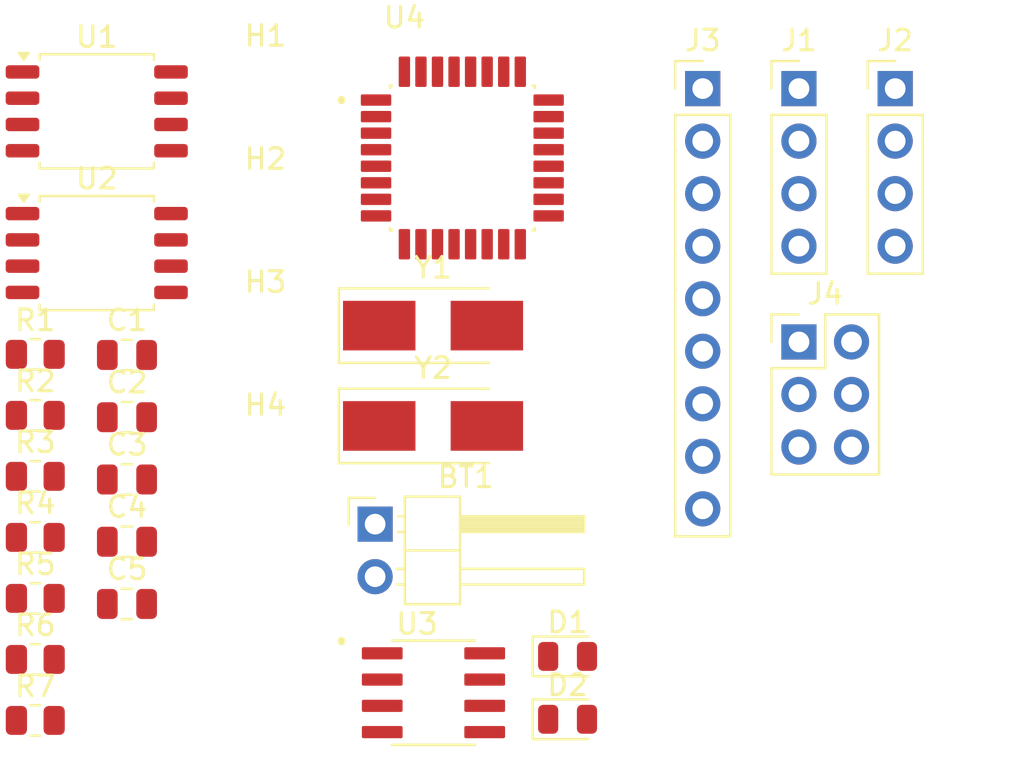
<source format=kicad_pcb>
(kicad_pcb (version 20241229) (generator "pcbnew") (generator_version "9.0")
  (title_block (title "${project_name}") (date "2025-04-10") (rev "1") (comment 1 "2-layer pcb version"))
  (layers (0 "F.Cu" signal) (2 "B.Cu" signal) (13 "F.Paste" user) (15 "B.Paste" user) (5 "F.SilkS" user "F.Silkscreen") (7 "B.SilkS" user "B.Silkscreen") (1 "F.Mask" user) (3 "B.Mask" user) (25 "Edge.Cuts" user))
  (property "project_name" "MCU Datalogger with memory & clock")
  (net 0 "")
  (net 1 "Net-(BT1-+)")
  (net 2 "GND")
  (net 3 "/Vcc")
  (net 4 "Net-(U4-PB7)")
  (net 5 "Net-(U4-PB6)")
  (net 6 "Net-(U4-AREF)")
  (net 7 "/SCK")
  (net 8 "Net-(D1-K)")
  (net 9 "Net-(D2-K)")
  (net 10 "/SDA")
  (net 11 "/TX")
  (net 12 "/RX")
  (net 13 "/D2")
  (net 14 "/D6")
  (net 15 "/D7")
  (net 16 "/D3")
  (net 17 "/D4")
  (net 18 "/D5")
  (net 19 "/D8")
  (net 20 "/RESET")
  (net 21 "/MOSI")
  (net 22 "/MISO")
  (net 23 "Net-(U3-~{INTA})")
  (net 24 "Net-(U3-SQW{slash}~INT)")
  (net 25 "Net-(U3-X2)")
  (net 26 "Net-(U3-X1)")
  (footprint "Resistor_SMD:R_0805_2012Metric" (layer "F.Cu") (at 120.1675 84.33)
    (property "Reference" "R3" (at 0 -1.65 0) (layer "F.SilkS"))
    (property "Value" "4k7")
    (fp_line (start -0.227064 -0.735) (end 0.227064 -0.735) (stroke (width 0.12)) (layer "F.SilkS"))
    (fp_line (start -0.227064 0.735) (end 0.227064 0.735) (stroke (width 0.12)) (layer "F.SilkS"))
    (pad "1" smd roundrect (at -0.9125 0) (size 1.025 1.4) (layers "F.Cu" "F.Mask" "F.Paste") (roundrect_rratio 0.243902) (net 3 "/Vcc"))
    (pad "2" smd roundrect (at 0.9125 0) (size 1.025 1.4) (layers "F.Cu" "F.Mask" "F.Paste") (roundrect_rratio 0.243902) (net 10 "/SDA"))
  )
  (footprint "Connector_PinHeader_2.54mm:PinHeader_1x09_P2.54mm_Vertical" (layer "F.Cu") (at 152.4175 65.58)
    (property "Reference" "J3" (at 0 -2.33 0) (layer "F.SilkS"))
    (property "Value" "Conn_01x09_Pin")
    (fp_line (start -1.33 -1.33) (end 0 -1.33) (stroke (width 0.12)) (layer "F.SilkS"))
    (fp_line (start -1.33 0) (end -1.33 -1.33) (stroke (width 0.12)) (layer "F.SilkS"))
    (fp_line (start -1.33 1.27) (end -1.33 21.65) (stroke (width 0.12)) (layer "F.SilkS"))
    (fp_line (start -1.33 1.27) (end 1.33 1.27) (stroke (width 0.12)) (layer "F.SilkS"))
    (fp_line (start -1.33 21.65) (end 1.33 21.65) (stroke (width 0.12)) (layer "F.SilkS"))
    (fp_line (start 1.33 1.27) (end 1.33 21.65) (stroke (width 0.12)) (layer "F.SilkS"))
    (pad "1" thru_hole rect (at 0 0) (size 1.7 1.7) (drill 1) (layers "*.Cu" "*.Mask") (net 13 "/D2"))
    (pad "2" thru_hole oval (at 0 2.54) (size 1.7 1.7) (drill 1) (layers "*.Cu" "*.Mask") (net 16 "/D3"))
    (pad "3" thru_hole oval (at 0 5.08) (size 1.7 1.7) (drill 1) (layers "*.Cu" "*.Mask") (net 17 "/D4"))
    (pad "4" thru_hole oval (at 0 7.62) (size 1.7 1.7) (drill 1) (layers "*.Cu" "*.Mask") (net 18 "/D5"))
    (pad "5" thru_hole oval (at 0 10.16) (size 1.7 1.7) (drill 1) (layers "*.Cu" "*.Mask") (net 14 "/D6"))
    (pad "6" thru_hole oval (at 0 12.7) (size 1.7 1.7) (drill 1) (layers "*.Cu" "*.Mask") (net 15 "/D7"))
    (pad "7" thru_hole oval (at 0 15.24) (size 1.7 1.7) (drill 1) (layers "*.Cu" "*.Mask") (net 19 "/D8"))
    (pad "8" thru_hole oval (at 0 17.78) (size 1.7 1.7) (drill 1) (layers "*.Cu" "*.Mask") (net 2 "GND"))
    (pad "9" thru_hole oval (at 0 20.32) (size 1.7 1.7) (drill 1) (layers "*.Cu" "*.Mask") (net 3 "/Vcc"))
  )
  (footprint "Resistor_SMD:R_0805_2012Metric" (layer "F.Cu") (at 120.1675 96.13)
    (property "Reference" "R7" (at 0 -1.65 0) (layer "F.SilkS"))
    (property "Value" "330")
    (fp_line (start -0.227064 -0.735) (end 0.227064 -0.735) (stroke (width 0.12)) (layer "F.SilkS"))
    (fp_line (start -0.227064 0.735) (end 0.227064 0.735) (stroke (width 0.12)) (layer "F.SilkS"))
    (pad "1" smd roundrect (at -0.9125 0) (size 1.025 1.4) (layers "F.Cu" "F.Mask" "F.Paste") (roundrect_rratio 0.243902) (net 9 "Net-(D2-K)"))
    (pad "2" smd roundrect (at 0.9125 0) (size 1.025 1.4) (layers "F.Cu" "F.Mask" "F.Paste") (roundrect_rratio 0.243902) (net 2 "GND"))
  )
  (footprint "Package_SO:SOIC-8_5.3x5.3mm_P1.27mm" (layer "F.Cu") (at 123.1375 73.53)
    (property "Reference" "U2" (at 0 -3.6 0) (layer "F.SilkS"))
    (property "Value" "24LC1025")
    (fp_line (start -2.76 -2.76) (end -2.76 -2.49) (stroke (width 0.12)) (layer "F.SilkS"))
    (fp_line (start -2.76 2.76) (end -2.76 2.49) (stroke (width 0.12)) (layer "F.SilkS"))
    (fp_line (start 0 -2.76) (end -2.76 -2.76) (stroke (width 0.12)) (layer "F.SilkS"))
    (fp_line (start 0 -2.76) (end 2.76 -2.76) (stroke (width 0.12)) (layer "F.SilkS"))
    (fp_line (start 0 2.76) (end -2.76 2.76) (stroke (width 0.12)) (layer "F.SilkS"))
    (fp_line (start 0 2.76) (end 2.76 2.76) (stroke (width 0.12)) (layer "F.SilkS"))
    (fp_line (start 2.76 -2.76) (end 2.76 -2.49) (stroke (width 0.12)) (layer "F.SilkS"))
    (fp_line (start 2.76 2.76) (end 2.76 2.49) (stroke (width 0.12)) (layer "F.SilkS"))
    (fp_poly (pts (xy -3.525 -2.49) (xy -3.765 -2.82) (xy -3.285 -2.82) (xy -3.525 -2.49)) (stroke (width 0.12)) (fill yes) (layer "F.SilkS"))
    (pad "1" smd roundrect (at -3.5875 -1.905) (size 1.625 0.65) (layers "F.Cu" "F.Mask" "F.Paste") (net 3 "/Vcc"))
    (pad "2" smd roundrect (at -3.5875 -0.635) (size 1.625 0.65) (layers "F.Cu" "F.Mask" "F.Paste") (net 2 "GND"))
    (pad "3" smd roundrect (at -3.5875 0.635) (size 1.625 0.65) (layers "F.Cu" "F.Mask" "F.Paste") (net 3 "/Vcc"))
    (pad "4" smd roundrect (at -3.5875 1.905) (size 1.625 0.65) (layers "F.Cu" "F.Mask" "F.Paste") (net 2 "GND"))
    (pad "5" smd roundrect (at 3.5875 1.905) (size 1.625 0.65) (layers "F.Cu" "F.Mask" "F.Paste") (net 10 "/SDA"))
    (pad "6" smd roundrect (at 3.5875 0.635) (size 1.625 0.65) (layers "F.Cu" "F.Mask" "F.Paste") (net 7 "/SCK"))
    (pad "7" smd roundrect (at 3.5875 -0.635) (size 1.625 0.65) (layers "F.Cu" "F.Mask" "F.Paste") (net 2 "GND"))
    (pad "8" smd roundrect (at 3.5875 -1.905) (size 1.625 0.65) (layers "F.Cu" "F.Mask" "F.Paste") (net 3 "/Vcc"))
  )
  (footprint "Capacitor_SMD:C_0805_2012Metric" (layer "F.Cu") (at 124.5975 81.47)
    (property "Reference" "C2" (at 0 -1.68 0) (layer "F.SilkS"))
    (property "Value" "22p")
    (fp_line (start -0.261252 -0.735) (end 0.261252 -0.735) (stroke (width 0.12)) (layer "F.SilkS"))
    (fp_line (start -0.261252 0.735) (end 0.261252 0.735) (stroke (width 0.12)) (layer "F.SilkS"))
    (pad "1" smd roundrect (at -0.95 0) (size 1 1.45) (layers "F.Cu" "F.Mask" "F.Paste") (net 2 "GND"))
    (pad "2" smd roundrect (at 0.95 0) (size 1 1.45) (layers "F.Cu" "F.Mask" "F.Paste") (net 4 "Net-(U4-PB7)"))
  )
  (footprint "Resistor_SMD:R_0805_2012Metric" (layer "F.Cu") (at 120.1675 93.18)
    (property "Reference" "R6" (at 0 -1.65 0) (layer "F.SilkS"))
    (property "Value" "330")
    (fp_line (start -0.227064 -0.735) (end 0.227064 -0.735) (stroke (width 0.12)) (layer "F.SilkS"))
    (fp_line (start -0.227064 0.735) (end 0.227064 0.735) (stroke (width 0.12)) (layer "F.SilkS"))
    (pad "1" smd roundrect (at -0.9125 0) (size 1.025 1.4) (layers "F.Cu" "F.Mask" "F.Paste") (roundrect_rratio 0.243902) (net 2 "GND"))
    (pad "2" smd roundrect (at 0.9125 0) (size 1.025 1.4) (layers "F.Cu" "F.Mask" "F.Paste") (roundrect_rratio 0.243902) (net 8 "Net-(D1-K)"))
  )
  (footprint "Resistor_SMD:R_0805_2012Metric" (layer "F.Cu") (at 120.1675 87.28)
    (property "Reference" "R4" (at 0 -1.65 0) (layer "F.SilkS"))
    (property "Value" "4k7")
    (fp_line (start -0.227064 -0.735) (end 0.227064 -0.735) (stroke (width 0.12)) (layer "F.SilkS"))
    (fp_line (start -0.227064 0.735) (end 0.227064 0.735) (stroke (width 0.12)) (layer "F.SilkS"))
    (pad "1" smd roundrect (at -0.9125 0) (size 1.025 1.4) (layers "F.Cu" "F.Mask" "F.Paste") (roundrect_rratio 0.243902) (net 3 "/Vcc"))
    (pad "2" smd roundrect (at 0.9125 0) (size 1.025 1.4) (layers "F.Cu" "F.Mask" "F.Paste") (roundrect_rratio 0.243902) (net 7 "/SCK"))
  )
  (footprint "Resistor_SMD:R_0805_2012Metric" (layer "F.Cu") (at 120.1675 90.23)
    (property "Reference" "R5" (at 0 -1.65 0) (layer "F.SilkS"))
    (property "Value" "10K")
    (fp_line (start -0.227064 -0.735) (end 0.227064 -0.735) (stroke (width 0.12)) (layer "F.SilkS"))
    (fp_line (start -0.227064 0.735) (end 0.227064 0.735) (stroke (width 0.12)) (layer "F.SilkS"))
    (pad "1" smd roundrect (at -0.9125 0) (size 1.025 1.4) (layers "F.Cu" "F.Mask" "F.Paste") (roundrect_rratio 0.243902) (net 3 "/Vcc"))
    (pad "2" smd roundrect (at 0.9125 0) (size 1.025 1.4) (layers "F.Cu" "F.Mask" "F.Paste") (roundrect_rratio 0.243902) (net 20 "/RESET"))
  )
  (footprint "MountingHole:MountingHole_2.2mm_M2" (layer "F.Cu") (at 131.2875 78.13)
    (property "Reference" "H3" (at 0 -3.2 0) (layer "F.SilkS"))
    (property "Value" "MountingHole")
    (pad "" np_thru_hole circle (at 0 0) (size 2.2 2.2) (drill 2.2) (layers "*.Cu" "*.Mask"))
  )
  (footprint "Capacitor_SMD:C_0805_2012Metric" (layer "F.Cu") (at 124.5975 90.5)
    (property "Reference" "C5" (at 0 -1.68 0) (layer "F.SilkS"))
    (property "Value" "100n")
    (fp_line (start -0.261252 -0.735) (end 0.261252 -0.735) (stroke (width 0.12)) (layer "F.SilkS"))
    (fp_line (start -0.261252 0.735) (end 0.261252 0.735) (stroke (width 0.12)) (layer "F.SilkS"))
    (pad "1" smd roundrect (at -0.95 0) (size 1 1.45) (layers "F.Cu" "F.Mask" "F.Paste") (net 1 "Net-(BT1-+)"))
    (pad "2" smd roundrect (at 0.95 0) (size 1 1.45) (layers "F.Cu" "F.Mask" "F.Paste") (net 2 "GND"))
  )
  (footprint "Connector_PinHeader_2.54mm:PinHeader_1x04_P2.54mm_Vertical" (layer "F.Cu") (at 157.0675 65.58)
    (property "Reference" "J1" (at 0 -2.33 0) (layer "F.SilkS"))
    (property "Value" "Conn_01x04_Pin")
    (fp_line (start -1.33 -1.33) (end 0 -1.33) (stroke (width 0.12)) (layer "F.SilkS"))
    (fp_line (start -1.33 0) (end -1.33 -1.33) (stroke (width 0.12)) (layer "F.SilkS"))
    (fp_line (start -1.33 1.27) (end -1.33 8.95) (stroke (width 0.12)) (layer "F.SilkS"))
    (fp_line (start -1.33 1.27) (end 1.33 1.27) (stroke (width 0.12)) (layer "F.SilkS"))
    (fp_line (start -1.33 8.95) (end 1.33 8.95) (stroke (width 0.12)) (layer "F.SilkS"))
    (fp_line (start 1.33 1.27) (end 1.33 8.95) (stroke (width 0.12)) (layer "F.SilkS"))
    (pad "1" thru_hole rect (at 0 0) (size 1.7 1.7) (drill 1) (layers "*.Cu" "*.Mask") (net 2 "GND"))
    (pad "2" thru_hole oval (at 0 2.54) (size 1.7 1.7) (drill 1) (layers "*.Cu" "*.Mask") (net 3 "/Vcc"))
    (pad "3" thru_hole oval (at 0 5.08) (size 1.7 1.7) (drill 1) (layers "*.Cu" "*.Mask") (net 10 "/SDA"))
    (pad "4" thru_hole oval (at 0 7.62) (size 1.7 1.7) (drill 1) (layers "*.Cu" "*.Mask") (net 7 "/SCK"))
  )
  (footprint "MountingHole:MountingHole_2.2mm_M2" (layer "F.Cu") (at 131.2875 66.23)
    (property "Reference" "H1" (at 0 -3.2 0) (layer "F.SilkS"))
    (property "Value" "MountingHole")
    (pad "" np_thru_hole circle (at 0 0) (size 2.2 2.2) (drill 2.2) (layers "*.Cu" "*.Mask"))
  )
  (footprint "LED_SMD:LED_0805_2012Metric" (layer "F.Cu") (at 145.8875 93.035)
    (property "Reference" "D1" (at 0 -1.65 0) (layer "F.SilkS"))
    (property "Value" "LED")
    (fp_line (start -1.685 -0.96) (end -1.685 0.96) (stroke (width 0.12)) (layer "F.SilkS"))
    (fp_line (start -1.685 0.96) (end 1 0.96) (stroke (width 0.12)) (layer "F.SilkS"))
    (fp_line (start 1 -0.96) (end -1.685 -0.96) (stroke (width 0.12)) (layer "F.SilkS"))
    (pad "1" smd roundrect (at -0.9375 0) (size 0.975 1.4) (layers "F.Cu" "F.Mask" "F.Paste") (net 8 "Net-(D1-K)"))
    (pad "2" smd roundrect (at 0.9375 0) (size 0.975 1.4) (layers "F.Cu" "F.Mask" "F.Paste") (net 7 "/SCK"))
  )
  (footprint "Package_SO:SOIC-8_5.3x5.3mm_P1.27mm" (layer "F.Cu") (at 123.1375 66.68)
    (property "Reference" "U1" (at 0 -3.6 0) (layer "F.SilkS"))
    (property "Value" "24LC1025")
    (fp_line (start -2.76 -2.76) (end -2.76 -2.49) (stroke (width 0.12)) (layer "F.SilkS"))
    (fp_line (start -2.76 2.76) (end -2.76 2.49) (stroke (width 0.12)) (layer "F.SilkS"))
    (fp_line (start 0 -2.76) (end -2.76 -2.76) (stroke (width 0.12)) (layer "F.SilkS"))
    (fp_line (start 0 -2.76) (end 2.76 -2.76) (stroke (width 0.12)) (layer "F.SilkS"))
    (fp_line (start 0 2.76) (end -2.76 2.76) (stroke (width 0.12)) (layer "F.SilkS"))
    (fp_line (start 0 2.76) (end 2.76 2.76) (stroke (width 0.12)) (layer "F.SilkS"))
    (fp_line (start 2.76 -2.76) (end 2.76 -2.49) (stroke (width 0.12)) (layer "F.SilkS"))
    (fp_line (start 2.76 2.76) (end 2.76 2.49) (stroke (width 0.12)) (layer "F.SilkS"))
    (fp_poly (pts (xy -3.525 -2.49) (xy -3.765 -2.82) (xy -3.285 -2.82) (xy -3.525 -2.49)) (stroke (width 0.12)) (fill yes) (layer "F.SilkS"))
    (pad "1" smd roundrect (at -3.5875 -1.905) (size 1.625 0.65) (layers "F.Cu" "F.Mask" "F.Paste") (net 3 "/Vcc"))
    (pad "2" smd roundrect (at -3.5875 -0.635) (size 1.625 0.65) (layers "F.Cu" "F.Mask" "F.Paste") (net 3 "/Vcc"))
    (pad "3" smd roundrect (at -3.5875 0.635) (size 1.625 0.65) (layers "F.Cu" "F.Mask" "F.Paste") (net 3 "/Vcc"))
    (pad "4" smd roundrect (at -3.5875 1.905) (size 1.625 0.65) (layers "F.Cu" "F.Mask" "F.Paste") (net 2 "GND"))
    (pad "5" smd roundrect (at 3.5875 1.905) (size 1.625 0.65) (layers "F.Cu" "F.Mask" "F.Paste") (net 10 "/SDA"))
    (pad "6" smd roundrect (at 3.5875 0.635) (size 1.625 0.65) (layers "F.Cu" "F.Mask" "F.Paste") (net 7 "/SCK"))
    (pad "7" smd roundrect (at 3.5875 -0.635) (size 1.625 0.65) (layers "F.Cu" "F.Mask" "F.Paste") (net 2 "GND"))
    (pad "8" smd roundrect (at 3.5875 -1.905) (size 1.625 0.65) (layers "F.Cu" "F.Mask" "F.Paste") (net 3 "/Vcc"))
  )
  (footprint "Resistor_SMD:R_0805_2012Metric" (layer "F.Cu") (at 120.1675 81.38)
    (property "Reference" "R2" (at 0 -1.65 0) (layer "F.SilkS"))
    (property "Value" "10K")
    (fp_line (start -0.227064 -0.735) (end 0.227064 -0.735) (stroke (width 0.12)) (layer "F.SilkS"))
    (fp_line (start -0.227064 0.735) (end 0.227064 0.735) (stroke (width 0.12)) (layer "F.SilkS"))
    (pad "1" smd roundrect (at -0.9125 0) (size 1.025 1.4) (layers "F.Cu" "F.Mask" "F.Paste") (roundrect_rratio 0.243902) (net 3 "/Vcc"))
    (pad "2" smd roundrect (at 0.9125 0) (size 1.025 1.4) (layers "F.Cu" "F.Mask" "F.Paste") (roundrect_rratio 0.243902) (net 24 "Net-(U3-SQW{slash}~INT)"))
  )
  (footprint "LED_SMD:LED_0805_2012Metric" (layer "F.Cu") (at 145.8875 96.075)
    (property "Reference" "D2" (at 0 -1.65 0) (layer "F.SilkS"))
    (property "Value" "LED")
    (fp_line (start -1.685 -0.96) (end -1.685 0.96) (stroke (width 0.12)) (layer "F.SilkS"))
    (fp_line (start -1.685 0.96) (end 1 0.96) (stroke (width 0.12)) (layer "F.SilkS"))
    (fp_line (start 1 -0.96) (end -1.685 -0.96) (stroke (width 0.12)) (layer "F.SilkS"))
    (pad "1" smd roundrect (at -0.9375 0) (size 0.975 1.4) (layers "F.Cu" "F.Mask" "F.Paste") (net 9 "Net-(D2-K)"))
    (pad "2" smd roundrect (at 0.9375 0) (size 0.975 1.4) (layers "F.Cu" "F.Mask" "F.Paste") (net 1 "Net-(BT1-+)"))
  )
  (footprint "Connector_PinHeader_2.54mm:PinHeader_2x03_P2.54mm_Vertical" (layer "F.Cu") (at 157.0675 77.83)
    (property "Reference" "J4" (at 1.27 -2.33 0) (layer "F.SilkS"))
    (property "Value" "Conn_02x03_Odd_Even")
    (fp_line (start -1.33 -1.33) (end 0 -1.33) (stroke (width 0.12)) (layer "F.SilkS"))
    (fp_line (start -1.33 0) (end -1.33 -1.33) (stroke (width 0.12)) (layer "F.SilkS"))
    (fp_line (start -1.33 1.27) (end -1.33 6.41) (stroke (width 0.12)) (layer "F.SilkS"))
    (fp_line (start -1.33 1.27) (end 1.27 1.27) (stroke (width 0.12)) (layer "F.SilkS"))
    (fp_line (start -1.33 6.41) (end 3.87 6.41) (stroke (width 0.12)) (layer "F.SilkS"))
    (fp_line (start 1.27 -1.33) (end 3.87 -1.33) (stroke (width 0.12)) (layer "F.SilkS"))
    (fp_line (start 1.27 1.27) (end 1.27 -1.33) (stroke (width 0.12)) (layer "F.SilkS"))
    (fp_line (start 3.87 -1.33) (end 3.87 6.41) (stroke (width 0.12)) (layer "F.SilkS"))
    (pad "1" thru_hole rect (at 0 0) (size 1.7 1.7) (drill 1) (layers "*.Cu" "*.Mask") (net 22 "/MISO"))
    (pad "2" thru_hole oval (at 2.54 0) (size 1.7 1.7) (drill 1) (layers "*.Cu" "*.Mask") (net 3 "/Vcc"))
    (pad "3" thru_hole oval (at 0 2.54) (size 1.7 1.7) (drill 1) (layers "*.Cu" "*.Mask") (net 7 "/SCK"))
    (pad "4" thru_hole oval (at 2.54 2.54) (size 1.7 1.7) (drill 1) (layers "*.Cu" "*.Mask") (net 21 "/MOSI"))
    (pad "5" thru_hole oval (at 0 5.08) (size 1.7 1.7) (drill 1) (layers "*.Cu" "*.Mask") (net 20 "/RESET"))
    (pad "6" thru_hole oval (at 2.54 5.08) (size 1.7 1.7) (drill 1) (layers "*.Cu" "*.Mask") (net 2 "GND"))
  )
  (footprint "Connector_PinHeader_2.54mm:PinHeader_1x04_P2.54mm_Vertical" (layer "F.Cu") (at 161.7175 65.58)
    (property "Reference" "J2" (at 0 -2.33 0) (layer "F.SilkS"))
    (property "Value" "Conn_01x04_Pin")
    (fp_line (start -1.33 -1.33) (end 0 -1.33) (stroke (width 0.12)) (layer "F.SilkS"))
    (fp_line (start -1.33 0) (end -1.33 -1.33) (stroke (width 0.12)) (layer "F.SilkS"))
    (fp_line (start -1.33 1.27) (end -1.33 8.95) (stroke (width 0.12)) (layer "F.SilkS"))
    (fp_line (start -1.33 1.27) (end 1.33 1.27) (stroke (width 0.12)) (layer "F.SilkS"))
    (fp_line (start -1.33 8.95) (end 1.33 8.95) (stroke (width 0.12)) (layer "F.SilkS"))
    (fp_line (start 1.33 1.27) (end 1.33 8.95) (stroke (width 0.12)) (layer "F.SilkS"))
    (pad "1" thru_hole rect (at 0 0) (size 1.7 1.7) (drill 1) (layers "*.Cu" "*.Mask") (net 2 "GND"))
    (pad "2" thru_hole oval (at 0 2.54) (size 1.7 1.7) (drill 1) (layers "*.Cu" "*.Mask") (net 3 "/Vcc"))
    (pad "3" thru_hole oval (at 0 5.08) (size 1.7 1.7) (drill 1) (layers "*.Cu" "*.Mask") (net 12 "/RX"))
    (pad "4" thru_hole oval (at 0 7.62) (size 1.7 1.7) (drill 1) (layers "*.Cu" "*.Mask") (net 11 "/TX"))
  )
  (footprint "Connector_PinHeader_2.54mm:PinHeader_1x02_P2.54mm_Horizontal" (layer "F.Cu") (at 136.5875 86.64)
    (property "Reference" "BT1" (at 4.385 -2.27 0) (layer "F.SilkS"))
    (property "Value" "Battery")
    (fp_line (start -1.27 -1.27) (end 0 -1.27) (stroke (width 0.12)) (layer "F.SilkS"))
    (fp_line (start -1.27 0) (end -1.27 -1.27) (stroke (width 0.12)) (layer "F.SilkS"))
    (fp_line (start 1.042929 2.16) (end 1.44 2.16) (stroke (width 0.12)) (layer "F.SilkS"))
    (fp_line (start 1.042929 2.92) (end 1.44 2.92) (stroke (width 0.12)) (layer "F.SilkS"))
    (fp_line (start 1.11 -0.38) (end 1.44 -0.38) (stroke (width 0.12)) (layer "F.SilkS"))
    (fp_line (start 1.11 0.38) (end 1.44 0.38) (stroke (width 0.12)) (layer "F.SilkS"))
    (fp_line (start 1.44 -1.33) (end 1.44 3.87) (stroke (width 0.12)) (layer "F.SilkS"))
    (fp_line (start 1.44 1.27) (end 4.1 1.27) (stroke (width 0.12)) (layer "F.SilkS"))
    (fp_line (start 1.44 3.87) (end 4.1 3.87) (stroke (width 0.12)) (layer "F.SilkS"))
    (fp_line (start 4.1 -1.33) (end 1.44 -1.33) (stroke (width 0.12)) (layer "F.SilkS"))
    (fp_line (start 4.1 -0.38) (end 10.1 -0.38) (stroke (width 0.12)) (layer "F.SilkS"))
    (fp_line (start 4.1 -0.32) (end 10.1 -0.32) (stroke (width 0.12)) (layer "F.SilkS"))
    (fp_line (start 4.1 -0.2) (end 10.1 -0.2) (stroke (width 0.12)) (layer "F.SilkS"))
    (fp_line (start 4.1 -0.08) (end 10.1 -0.08) (stroke (width 0.12)) (layer "F.SilkS"))
    (fp_line (start 4.1 0.04) (end 10.1 0.04) (stroke (width 0.12)) (layer "F.SilkS"))
    (fp_line (start 4.1 0.16) (end 10.1 0.16) (stroke (width 0.12)) (layer "F.SilkS"))
    (fp_line (start 4.1 0.28) (end 10.1 0.28) (stroke (width 0.12)) (layer "F.SilkS"))
    (fp_line (start 4.1 2.16) (end 10.1 2.16) (stroke (width 0.12)) (layer "F.SilkS"))
    (fp_line (start 4.1 3.87) (end 4.1 -1.33) (stroke (width 0.12)) (layer "F.SilkS"))
    (fp_line (start 10.1 -0.38) (end 10.1 0.38) (stroke (width 0.12)) (layer "F.SilkS"))
    (fp_line (start 10.1 0.38) (end 4.1 0.38) (stroke (width 0.12)) (layer "F.SilkS"))
    (fp_line (start 10.1 2.16) (end 10.1 2.92) (stroke (width 0.12)) (layer "F.SilkS"))
    (fp_line (start 10.1 2.92) (end 4.1 2.92) (stroke (width 0.12)) (layer "F.SilkS"))
    (pad "1" thru_hole rect (at 0 0) (size 1.7 1.7) (drill 1) (layers "*.Cu" "*.Mask") (net 1 "Net-(BT1-+)"))
    (pad "2" thru_hole oval (at 0 2.54) (size 1.7 1.7) (drill 1) (layers "*.Cu" "*.Mask") (net 2 "GND"))
  )
  (footprint "footprints:SOIC127P600X175-8N" (layer "F.Cu") (at 139.4075 94.79)
    (property "Reference" "U3" (at -0.795 -3.332 0) (layer "F.SilkS"))
    (property "Value" "DS1337S_")
    (fp_line (start -2 -2.52) (end 2 -2.52) (stroke (width 0.127)) (layer "F.SilkS"))
    (fp_line (start -2 2.52) (end 2 2.52) (stroke (width 0.127)) (layer "F.SilkS"))
    (fp_circle (center -4.445 -2.495) (end -4.345 -2.495) (stroke (width 0.2)) (fill no) (layer "F.SilkS"))
    (pad "1" smd roundrect (at -2.475 -1.905) (size 1.97 0.59) (layers "F.Cu" "F.Mask" "F.Paste") (roundrect_rratio 0.125) (net 26 "Net-(U3-X1)"))
    (pad "2" smd roundrect (at -2.475 -0.635) (size 1.97 0.59) (layers "F.Cu" "F.Mask" "F.Paste") (roundrect_rratio 0.125) (net 25 "Net-(U3-X2)"))
    (pad "3" smd roundrect (at -2.475 0.635) (size 1.97 0.59) (layers "F.Cu" "F.Mask" "F.Paste") (roundrect_rratio 0.125) (net 23 "Net-(U3-~{INTA})"))
    (pad "4" smd roundrect (at -2.475 1.905) (size 1.97 0.59) (layers "F.Cu" "F.Mask" "F.Paste") (roundrect_rratio 0.125) (net 2 "GND"))
    (pad "5" smd roundrect (at 2.475 1.905) (size 1.97 0.59) (layers "F.Cu" "F.Mask" "F.Paste") (roundrect_rratio 0.125) (net 10 "/SDA"))
    (pad "6" smd roundrect (at 2.475 0.635) (size 1.97 0.59) (layers "F.Cu" "F.Mask" "F.Paste") (roundrect_rratio 0.125) (net 7 "/SCK"))
    (pad "7" smd roundrect (at 2.475 -0.635) (size 1.97 0.59) (layers "F.Cu" "F.Mask" "F.Paste") (roundrect_rratio 0.125) (net 24 "Net-(U3-SQW{slash}~INT)"))
    (pad "8" smd roundrect (at 2.475 -1.905) (size 1.97 0.59) (layers "F.Cu" "F.Mask" "F.Paste") (roundrect_rratio 0.125) (net 3 "/Vcc"))
  )
  (footprint "MountingHole:MountingHole_2.2mm_M2" (layer "F.Cu") (at 131.2875 84.08)
    (property "Reference" "H4" (at 0 -3.2 0) (layer "F.SilkS"))
    (property "Value" "MountingHole")
    (pad "" np_thru_hole circle (at 0 0) (size 2.2 2.2) (drill 2.2) (layers "*.Cu" "*.Mask"))
  )
  (footprint "MountingHole:MountingHole_2.2mm_M2" (layer "F.Cu") (at 131.2875 72.18)
    (property "Reference" "H2" (at 0 -3.2 0) (layer "F.SilkS"))
    (property "Value" "MountingHole")
    (pad "" np_thru_hole circle (at 0 0) (size 2.2 2.2) (drill 2.2) (layers "*.Cu" "*.Mask"))
  )
  (footprint "Resistor_SMD:R_0805_2012Metric" (layer "F.Cu") (at 120.1675 78.43)
    (property "Reference" "R1" (at 0 -1.65 0) (layer "F.SilkS"))
    (property "Value" "10K")
    (fp_line (start -0.227064 -0.735) (end 0.227064 -0.735) (stroke (width 0.12)) (layer "F.SilkS"))
    (fp_line (start -0.227064 0.735) (end 0.227064 0.735) (stroke (width 0.12)) (layer "F.SilkS"))
    (pad "1" smd roundrect (at -0.9125 0) (size 1.025 1.4) (layers "F.Cu" "F.Mask" "F.Paste") (roundrect_rratio 0.243902) (net 3 "/Vcc"))
    (pad "2" smd roundrect (at 0.9125 0) (size 1.025 1.4) (layers "F.Cu" "F.Mask" "F.Paste") (roundrect_rratio 0.243902) (net 23 "Net-(U3-~{INTA})"))
  )
  (footprint "Crystal:Crystal_SMD_5032-2Pin_5.0x3.2mm_HandSoldering" (layer "F.Cu") (at 139.3875 81.89)
    (property "Reference" "Y2" (at 0 -2.8 0) (layer "F.SilkS"))
    (property "Value" "16 MHz")
    (fp_line (start -4.55 -1.8) (end -4.55 1.8) (stroke (width 0.12)) (layer "F.SilkS"))
    (fp_line (start -4.55 1.8) (end 2.7 1.8) (stroke (width 0.12)) (layer "F.SilkS"))
    (fp_line (start 2.7 -1.8) (end -4.55 -1.8) (stroke (width 0.12)) (layer "F.SilkS"))
    (pad "1" smd rect (at -2.6 0) (size 3.5 2.4) (layers "F.Cu" "F.Mask" "F.Paste") (net 4 "Net-(U4-PB7)"))
    (pad "2" smd rect (at 2.6 0) (size 3.5 2.4) (layers "F.Cu" "F.Mask" "F.Paste") (net 5 "Net-(U4-PB6)"))
  )
  (footprint "Capacitor_SMD:C_0805_2012Metric" (layer "F.Cu") (at 124.5975 84.48)
    (property "Reference" "C3" (at 0 -1.68 0) (layer "F.SilkS"))
    (property "Value" "22p")
    (fp_line (start -0.261252 -0.735) (end 0.261252 -0.735) (stroke (width 0.12)) (layer "F.SilkS"))
    (fp_line (start -0.261252 0.735) (end 0.261252 0.735) (stroke (width 0.12)) (layer "F.SilkS"))
    (pad "1" smd roundrect (at -0.95 0) (size 1 1.45) (layers "F.Cu" "F.Mask" "F.Paste") (net 2 "GND"))
    (pad "2" smd roundrect (at 0.95 0) (size 1 1.45) (layers "F.Cu" "F.Mask" "F.Paste") (net 5 "Net-(U4-PB6)"))
  )
  (footprint "Capacitor_SMD:C_0805_2012Metric" (layer "F.Cu") (at 124.5975 78.46)
    (property "Reference" "C1" (at 0 -1.68 0) (layer "F.SilkS"))
    (property "Value" "0.1u")
    (fp_line (start -0.261252 -0.735) (end 0.261252 -0.735) (stroke (width 0.12)) (layer "F.SilkS"))
    (fp_line (start -0.261252 0.735) (end 0.261252 0.735) (stroke (width 0.12)) (layer "F.SilkS"))
    (pad "1" smd roundrect (at -0.95 0) (size 1 1.45) (layers "F.Cu" "F.Mask" "F.Paste") (net 3 "/Vcc"))
    (pad "2" smd roundrect (at 0.95 0) (size 1 1.45) (layers "F.Cu" "F.Mask" "F.Paste") (net 2 "GND"))
  )
  (footprint "footprints:QFP80P900X900X120-32N" (layer "F.Cu") (at 140.8025 68.935)
    (property "Reference" "U4" (at -2.795 -6.79 0) (layer "F.SilkS"))
    (property "Value" "ATMEGA328P-AU")
    (fp_line (start -3.5 -3.5) (end -3.5 -3.395) (stroke (width 0.127)) (layer "F.SilkS"))
    (fp_line (start -3.5 -3.5) (end -3.395 -3.5) (stroke (width 0.127)) (layer "F.SilkS"))
    (fp_line (start -3.5 3.5) (end -3.5 3.395) (stroke (width 0.127)) (layer "F.SilkS"))
    (fp_line (start -3.5 3.5) (end -3.395 3.5) (stroke (width 0.127)) (layer "F.SilkS"))
    (fp_line (start 3.5 -3.5) (end 3.395 -3.5) (stroke (width 0.127)) (layer "F.SilkS"))
    (fp_line (start 3.5 -3.5) (end 3.5 -3.395) (stroke (width 0.127)) (layer "F.SilkS"))
    (fp_line (start 3.5 3.5) (end 3.395 3.5) (stroke (width 0.127)) (layer "F.SilkS"))
    (fp_line (start 3.5 3.5) (end 3.5 3.395) (stroke (width 0.127)) (layer "F.SilkS"))
    (fp_circle (center -5.84 -2.8) (end -5.74 -2.8) (stroke (width 0.2)) (fill no) (layer "F.SilkS"))
    (pad "1" smd roundrect (at -4.17 -2.8) (size 1.47 0.55) (layers "F.Cu" "F.Mask" "F.Paste") (roundrect_rratio 0.125) (net 16 "/D3"))
    (pad "2" smd roundrect (at -4.17 -2) (size 1.47 0.55) (layers "F.Cu" "F.Mask" "F.Paste") (roundrect_rratio 0.125) (net 17 "/D4"))
    (pad "3" smd roundrect (at -4.17 -1.2) (size 1.47 0.55) (layers "F.Cu" "F.Mask" "F.Paste") (roundrect_rratio 0.125) (net 2 "GND"))
    (pad "4" smd roundrect (at -4.17 -0.4) (size 1.47 0.55) (layers "F.Cu" "F.Mask" "F.Paste") (roundrect_rratio 0.125) (net 1 "Net-(BT1-+)"))
    (pad "5" smd roundrect (at -4.17 0.4) (size 1.47 0.55) (layers "F.Cu" "F.Mask" "F.Paste") (roundrect_rratio 0.125) (net 2 "GND"))
    (pad "6" smd roundrect (at -4.17 1.2) (size 1.47 0.55) (layers "F.Cu" "F.Mask" "F.Paste") (roundrect_rratio 0.125))
    (pad "7" smd roundrect (at -4.17 2) (size 1.47 0.55) (layers "F.Cu" "F.Mask" "F.Paste") (roundrect_rratio 0.125) (net 5 "Net-(U4-PB6)"))
    (pad "8" smd roundrect (at -4.17 2.8) (size 1.47 0.55) (layers "F.Cu" "F.Mask" "F.Paste") (roundrect_rratio 0.125) (net 4 "Net-(U4-PB7)"))
    (pad "9" smd roundrect (at -2.8 4.17) (size 0.55 1.47) (layers "F.Cu" "F.Mask" "F.Paste") (roundrect_rratio 0.125) (net 18 "/D5"))
    (pad "10" smd roundrect (at -2 4.17) (size 0.55 1.47) (layers "F.Cu" "F.Mask" "F.Paste") (roundrect_rratio 0.125) (net 14 "/D6"))
    (pad "11" smd roundrect (at -1.2 4.17) (size 0.55 1.47) (layers "F.Cu" "F.Mask" "F.Paste") (roundrect_rratio 0.125) (net 15 "/D7"))
    (pad "12" smd roundrect (at -0.4 4.17) (size 0.55 1.47) (layers "F.Cu" "F.Mask" "F.Paste") (roundrect_rratio 0.125) (net 19 "/D8"))
    (pad "13" smd roundrect (at 0.4 4.17) (size 0.55 1.47) (layers "F.Cu" "F.Mask" "F.Paste") (roundrect_rratio 0.125))
    (pad "14" smd roundrect (at 1.2 4.17) (size 0.55 1.47) (layers "F.Cu" "F.Mask" "F.Paste") (roundrect_rratio 0.125))
    (pad "15" smd roundrect (at 2 4.17) (size 0.55 1.47) (layers "F.Cu" "F.Mask" "F.Paste") (roundrect_rratio 0.125) (net 21 "/MOSI"))
    (pad "16" smd roundrect (at 2.8 4.17) (size 0.55 1.47) (layers "F.Cu" "F.Mask" "F.Paste") (roundrect_rratio 0.125) (net 22 "/MISO"))
    (pad "17" smd roundrect (at 4.17 2.8) (size 1.47 0.55) (layers "F.Cu" "F.Mask" "F.Paste") (roundrect_rratio 0.125) (net 7 "/SCK"))
    (pad "18" smd roundrect (at 4.17 2) (size 1.47 0.55) (layers "F.Cu" "F.Mask" "F.Paste") (roundrect_rratio 0.125) (net 1 "Net-(BT1-+)"))
    (pad "19" smd roundrect (at 4.17 1.2) (size 1.47 0.55) (layers "F.Cu" "F.Mask" "F.Paste") (roundrect_rratio 0.125))
    (pad "20" smd roundrect (at 4.17 0.4) (size 1.47 0.55) (layers "F.Cu" "F.Mask" "F.Paste") (roundrect_rratio 0.125) (net 6 "Net-(U4-AREF)"))
    (pad "21" smd roundrect (at 4.17 -0.4) (size 1.47 0.55) (layers "F.Cu" "F.Mask" "F.Paste") (roundrect_rratio 0.125) (net 2 "GND"))
    (pad "22" smd roundrect (at 4.17 -1.2) (size 1.47 0.55) (layers "F.Cu" "F.Mask" "F.Paste") (roundrect_rratio 0.125))
    (pad "23" smd roundrect (at 4.17 -2) (size 1.47 0.55) (layers "F.Cu" "F.Mask" "F.Paste") (roundrect_rratio 0.125))
    (pad "24" smd roundrect (at 4.17 -2.8) (size 1.47 0.55) (layers "F.Cu" "F.Mask" "F.Paste") (roundrect_rratio 0.125))
    (pad "25" smd roundrect (at 2.8 -4.17) (size 0.55 1.47) (layers "F.Cu" "F.Mask" "F.Paste") (roundrect_rratio 0.125))
    (pad "26" smd roundrect (at 2 -4.17) (size 0.55 1.47) (layers "F.Cu" "F.Mask" "F.Paste") (roundrect_rratio 0.125))
    (pad "27" smd roundrect (at 1.2 -4.17) (size 0.55 1.47) (layers "F.Cu" "F.Mask" "F.Paste") (roundrect_rratio 0.125) (net 10 "/SDA"))
    (pad "28" smd roundrect (at 0.4 -4.17) (size 0.55 1.47) (layers "F.Cu" "F.Mask" "F.Paste") (roundrect_rratio 0.125) (net 7 "/SCK"))
    (pad "29" smd roundrect (at -0.4 -4.17) (size 0.55 1.47) (layers "F.Cu" "F.Mask" "F.Paste") (roundrect_rratio 0.125) (net 20 "/RESET"))
    (pad "30" smd roundrect (at -1.2 -4.17) (size 0.55 1.47) (layers "F.Cu" "F.Mask" "F.Paste") (roundrect_rratio 0.125) (net 12 "/RX"))
    (pad "31" smd roundrect (at -2 -4.17) (size 0.55 1.47) (layers "F.Cu" "F.Mask" "F.Paste") (roundrect_rratio 0.125) (net 11 "/TX"))
    (pad "32" smd roundrect (at -2.8 -4.17) (size 0.55 1.47) (layers "F.Cu" "F.Mask" "F.Paste") (roundrect_rratio 0.125) (net 13 "/D2"))
  )
  (footprint "Capacitor_SMD:C_0805_2012Metric" (layer "F.Cu") (at 124.5975 87.49)
    (property "Reference" "C4" (at 0 -1.68 0) (layer "F.SilkS"))
    (property "Value" "0.1u")
    (fp_line (start -0.261252 -0.735) (end 0.261252 -0.735) (stroke (width 0.12)) (layer "F.SilkS"))
    (fp_line (start -0.261252 0.735) (end 0.261252 0.735) (stroke (width 0.12)) (layer "F.SilkS"))
    (pad "1" smd roundrect (at -0.95 0) (size 1 1.45) (layers "F.Cu" "F.Mask" "F.Paste") (net 6 "Net-(U4-AREF)"))
    (pad "2" smd roundrect (at 0.95 0) (size 1 1.45) (layers "F.Cu" "F.Mask" "F.Paste") (net 2 "GND"))
  )
  (footprint "Crystal:Crystal_SMD_5032-2Pin_5.0x3.2mm_HandSoldering" (layer "F.Cu") (at 139.3875 77.04)
    (property "Reference" "Y1" (at 0 -2.8 0) (layer "F.SilkS"))
    (property "Value" "32.768")
    (fp_line (start -4.55 -1.8) (end -4.55 1.8) (stroke (width 0.12)) (layer "F.SilkS"))
    (fp_line (start -4.55 1.8) (end 2.7 1.8) (stroke (width 0.12)) (layer "F.SilkS"))
    (fp_line (start 2.7 -1.8) (end -4.55 -1.8) (stroke (width 0.12)) (layer "F.SilkS"))
    (pad "1" smd rect (at -2.6 0) (size 3.5 2.4) (layers "F.Cu" "F.Mask" "F.Paste") (net 25 "Net-(U3-X2)"))
    (pad "2" smd rect (at 2.6 0) (size 3.5 2.4) (layers "F.Cu" "F.Mask" "F.Paste") (net 26 "Net-(U3-X1)"))
  )
)
</source>
